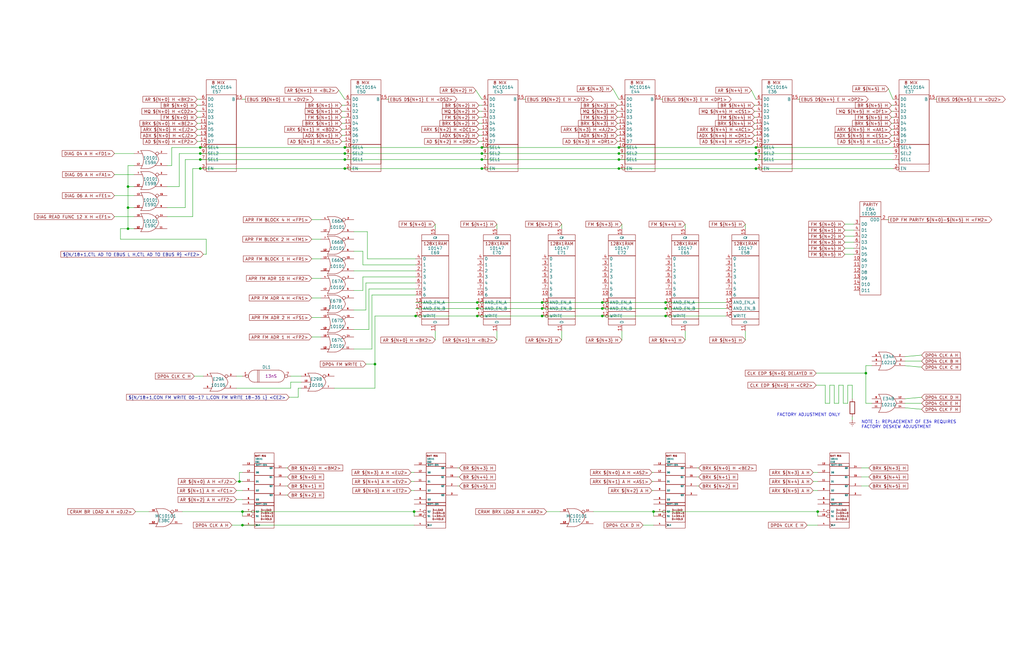
<source format=kicad_sch>
(kicad_sch (version 20211123) (generator eeschema)
  (paper "B")
  (title_block (title "DATA PATH EBUS, FM, BR, BRX") (date "10/21/1976") (rev "A") (company "DIGITAL"))
  (lib_symbols
    (symbol "10210_1" (pin_names hide)
      (property "Reference" "E" (at -1.27 -1.905 0))
      (property "Value" "10210_1" (at 0 0 0))
      (symbol "10210_1_0_0"
        (pin power_in line (at -3.175 5.715 270) (length 2.54) hide (name "VCC1") (number "1"))
        (pin power_in line (at 1.905 5.715 270) (length 3.556) hide (name "VCC2") (number "16"))
        (pin passive line (at -1.905 -6.985 90) (length 2.54) hide (name "VEE") (number "8"))
      )
      (symbol "10210_1_0_1"
        (arc (start -4.1912 -4.445) (mid -2.9702 -0.635) (end -4.1912 3.175))
        (arc (start -0.9908 -4.445) (mid 1.8043 -3.219) (end 3.4288 -0.635))
        (polyline (pts (xy -4.1912 -4.445) (xy -1.0162 -4.445)))
        (polyline (pts (xy -4.1912 3.175) (xy -1.0162 3.175)))
        (arc (start 3.4288 -0.635) (mid 1.8116 1.9575) (end -0.9908 3.175))
      )
      (symbol "10210_1_1_1"
        (pin output line (at 6.985 1.27 180) (length 4.318) (name "Aout1") (number "2"))
        (pin output line (at 6.985 -0.635 180) (length 3.556) (name "Aout2") (number "3"))
        (pin output line (at 6.985 -2.54 180) (length 4.318) (name "Aout3") (number "4"))
        (pin input line (at -6.985 1.27 0) (length 3.556) (name "Ain1") (number "5"))
        (pin output line (at -6.985 -0.635 0) (length 3.81) (name "Ain2") (number "6"))
        (pin input line (at -6.985 -2.54 0) (length 3.556) (name "Ain3") (number "7"))
      )
      (symbol "10210_1_2_1"
        (pin input line (at -6.985 -0.635 0) (length 4.064) (name "Bin2") (number "10"))
        (pin input line (at -6.985 -2.54 0) (length 3.556) (name "Bin3") (number "11"))
        (pin output line (at 6.985 1.27 180) (length 4.318) (name "Bout1") (number "12"))
        (pin output line (at 6.985 -0.635 180) (length 3.556) (name "Bout2") (number "13"))
        (pin output line (at 6.985 -2.54 180) (length 4.318) (name "Bout3") (number "14"))
        (pin input line (at -6.985 1.27 0) (length 3.556) (name "Bin1") (number "9"))
      )
    )
    (symbol "DEC20:10141"
      (property "Reference" "E" (at 1.27 0 0))
      (property "Value" "10141" (at 2.54 1.27 0))
      (symbol "10141_0_0"
        (rectangle (start 0 0) (end 0 0))
        (rectangle (start 1.27 -1.27) (end 1.27 -1.27))
        (text "0=HOLD" (at 2.54 -24.13 0) (effects (font (size 0.762 0.762)) (justify left)))
        (text "1=3IN+3" (at 2.54 -22.86 0) (effects (font (size 0.762 0.762)) (justify left)))
        (text "2=0IN+0" (at 2.54 -21.59 0) (effects (font (size 0.762 0.762)) (justify left)))
        (text "3=LOAD" (at 2.54 -20.32 0) (effects (font (size 0.762 0.762)) (justify left)))
        (text "SHFT REG" (at 2.54 2.54 0) (effects (font (size 0.635 0.635))))
      )
      (symbol "10141_0_1"
        (rectangle (start 0 -18.415) (end 8.255 -25.4))
        (rectangle (start 0 -17.145) (end 8.255 -18.415))
        (rectangle (start 0 -13.335) (end 8.255 -17.145))
        (rectangle (start 0 -9.525) (end 8.255 -13.335))
        (rectangle (start 0 -5.715) (end 8.255 -9.525))
        (rectangle (start 0 -1.905) (end 8.255 -5.715))
        (rectangle (start 0 -0.635) (end 8.255 -1.905))
        (rectangle (start 0 3.81) (end 8.255 -27.94))
        (rectangle (start 0.635 -16.51) (end 0.635 -16.51))
      )
      (symbol "10141_1_1"
        (pin input inverted (at -5.08 -22.86 0) (length 5.08) (name "S1") (number "10"))
        (pin input line (at -5.08 -8.255 0) (length 5.08) (name "D1") (number "11"))
        (pin input line (at -5.08 -4.445 0) (length 5.08) (name "D0") (number "12"))
        (pin input line (at -5.08 -1.27 0) (length 5.08) (name "SHFT-0IN") (number "13"))
        (pin output line (at 13.335 -2.54 180) (length 5.08) (name "Q0") (number "14"))
        (pin output line (at 13.335 -6.35 180) (length 5.08) (name "Q1") (number "15"))
        (pin output line (at 13.335 -10.16 180) (length 5.08) (name "Q2") (number "2"))
        (pin output line (at 13.335 -13.97 180) (length 5.08) (name "Q3") (number "3"))
        (pin input clock (at -5.08 -26.67 0) (length 5.08) (name "CLK") (number "4"))
        (pin input line (at -5.08 -17.78 0) (length 5.08) (name "SHFT-3IN") (number "5"))
        (pin input line (at -5.08 -15.875 0) (length 5.08) (name "D3") (number "6"))
        (pin input inverted (at -5.08 -20.955 0) (length 5.08) (name "S2") (number "7"))
        (pin input line (at -5.08 -12.065 0) (length 5.08) (name "D2") (number "9"))
      )
    )
    (symbol "DEC20:10147"
      (property "Reference" "E" (at 0 0 0))
      (property "Value" "10147" (at 0 1.905 0))
      (symbol "10147_0_0"
        (rectangle (start -5.08 -27.94) (end 6.35 -30.48))
        (rectangle (start -5.08 -24.765) (end 6.35 -27.94))
        (rectangle (start -5.08 -19.05) (end 6.35 -24.765))
        (rectangle (start -5.08 -1.27) (end 6.35 -19.05))
        (rectangle (start -5.08 5.08) (end 6.35 -1.27))
        (rectangle (start -5.08 7.62) (end 6.35 5.08))
        (text "128X1RAM" (at 0.635 3.81 0) (effects (font (size 1.27 1.27))))
      )
      (symbol "10147_1_1"
        (pin input line (at -7.62 -17.78 0) (length 2.54) (name "6") (number "10"))
        (pin input line (at 0.635 -33.02 90) (length 2.54) (name "D") (number "11"))
        (pin input inverted (at -7.62 -26.67 0) (length 2.54) (name "WRITE") (number "12"))
        (pin input inverted (at -7.62 -20.955 0) (length 2.54) (name "AND_EN_A") (number "13"))
        (pin input inverted (at -7.62 -23.495 0) (length 2.54) (name "AND_EN_B") (number "14"))
        (pin output line (at 0.635 10.16 270) (length 2.54) (name "Q") (number "15"))
        (pin input line (at -7.62 -7.62 0) (length 2.54) (name "2") (number "2"))
        (pin input line (at -7.62 -5.08 0) (length 2.54) (name "1") (number "3"))
        (pin input line (at -7.62 -2.54 0) (length 2.54) (name "0") (number "4"))
        (pin input line (at -7.62 -10.16 0) (length 2.54) (name "3") (number "5"))
        (pin input line (at -7.62 -12.7 0) (length 2.54) (name "4") (number "6"))
        (pin input line (at -7.62 -15.24 0) (length 2.54) (name "5") (number "7"))
      )
    )
    (symbol "DEC20:10160"
      (property "Reference" "E" (at 0 0 0))
      (property "Value" "10160" (at 0 1.905 0))
      (symbol "10160_0_0"
        (rectangle (start -4.445 -1.27) (end 4.445 -34.29))
        (rectangle (start -4.445 5.08) (end 4.445 -1.27))
        (text "PARITY" (at 0 3.81 0) (effects (font (size 1.27 1.27))))
      )
      (symbol "10160_1_1"
        (pin input line (at -6.985 -19.685 0) (length 2.54) (name "D6") (number "10"))
        (pin input line (at -6.985 -22.225 0) (length 2.54) (name "D7") (number "11"))
        (pin input line (at -6.985 -24.765 0) (length 2.54) (name "D8") (number "12"))
        (pin input line (at -6.985 -27.305 0) (length 2.54) (name "D9") (number "13"))
        (pin input line (at -6.985 -29.845 0) (length 2.54) (name "D10") (number "14"))
        (pin input line (at -6.985 -32.385 0) (length 2.54) (name "D11") (number "15"))
        (pin output line (at 6.985 -2.54 180) (length 2.54) (name "ODD") (number "2"))
        (pin input line (at -6.985 -4.445 0) (length 2.54) (name "D0") (number "3"))
        (pin input line (at -6.985 -6.985 0) (length 2.54) (name "D1") (number "4"))
        (pin input line (at -6.985 -9.525 0) (length 2.54) (name "D2") (number "5"))
        (pin input line (at -6.985 -12.065 0) (length 2.54) (name "D3") (number "6"))
        (pin input line (at -6.985 -14.605 0) (length 2.54) (name "D4") (number "7"))
        (pin input line (at -6.985 -17.145 0) (length 2.54) (name "D5") (number "9"))
      )
    )
    (symbol "DEC20:10210" (pin_names hide)
      (property "Reference" "E" (at -1.27 -1.905 0))
      (property "Value" "10210" (at 0 0 0))
      (symbol "10210_0_0"
        (pin power_in line (at -3.175 5.715 270) (length 2.54) hide (name "VCC1") (number "1"))
        (pin power_in line (at 1.905 5.715 270) (length 3.556) hide (name "VCC2") (number "16"))
        (pin passive line (at -1.905 -6.985 90) (length 2.54) hide (name "VEE") (number "8"))
      )
      (symbol "10210_0_1"
        (arc (start -4.1912 -4.445) (mid -2.9702 -0.635) (end -4.1912 3.175))
        (arc (start -0.9908 -4.445) (mid 1.8043 -3.219) (end 3.4288 -0.635))
        (polyline (pts (xy -4.1912 -4.445) (xy -1.0162 -4.445)))
        (polyline (pts (xy -4.1912 3.175) (xy -1.0162 3.175)))
        (arc (start 3.4288 -0.635) (mid 1.8116 1.9575) (end -0.9908 3.175))
      )
      (symbol "10210_1_1"
        (pin output line (at 6.985 1.27 180) (length 4.318) (name "Aout1") (number "2"))
        (pin output line (at 6.985 -0.635 180) (length 3.556) (name "Aout2") (number "3"))
        (pin output line (at 6.985 -2.54 180) (length 4.318) (name "Aout3") (number "4"))
        (pin input line (at -6.985 1.27 0) (length 3.556) (name "Ain1") (number "5"))
        (pin output line (at -3.175 -0.635 180) (length 3.81) (name "Ain2") (number "6"))
        (pin input line (at -6.985 -2.54 0) (length 3.556) (name "Ain3") (number "7"))
      )
      (symbol "10210_2_1"
        (pin input line (at -6.985 -0.635 0) (length 4.064) (name "Bin2") (number "10"))
        (pin input line (at -6.985 -2.54 0) (length 3.556) (name "Bin3") (number "11"))
        (pin output line (at 6.985 1.27 180) (length 4.318) (name "Bout1") (number "12"))
        (pin output line (at 6.985 -0.635 180) (length 3.556) (name "Bout2") (number "13"))
        (pin output line (at 6.985 -2.54 180) (length 4.318) (name "Bout3") (number "14"))
        (pin input line (at -6.985 1.27 0) (length 3.556) (name "Bin1") (number "9"))
      )
    )
    (symbol "DEC20:DELAY_LINE" (pin_names hide)
      (property "Reference" "DL" (at 0 0.635 0))
      (property "Delay" "13nS" (at 0.635 -3.175 0))
      (symbol "DELAY_LINE_0_1"
        (arc (start -7.62 -3.175) (mid -6.8761 -4.9711) (end -5.08 -5.715))
        (arc (start -5.08 -0.635) (mid -6.8761 -1.3789) (end -7.62 -3.175))
        (polyline (pts (xy -5.08 -5.715) (xy 5.08 -5.715)))
        (polyline (pts (xy -5.08 -0.635) (xy 5.08 -0.635)))
        (polyline (pts (xy -3.81 -0.635) (xy -3.81 -5.715)))
        (polyline (pts (xy -3.175 -0.635) (xy -3.175 -5.715)))
        (arc (start 5.08 -5.715) (mid 6.8761 -4.9711) (end 7.62 -3.175))
        (arc (start 7.62 -3.175) (mid 6.8761 -1.3789) (end 5.08 -0.635))
      )
      (symbol "DELAY_LINE_1_1"
        (pin input inverted (at -10.16 -3.175 0) (length 2.54) (name "IN") (number "1"))
        (pin output inverted (at 10.16 -3.175 180) (length 2.54) (name "OUT") (number "7"))
      )
    )
    (symbol "DEC20:MC10101" (pin_names (offset 0) hide)
      (property "Reference" "E" (at -4.445 0 0))
      (property "Value" "MC10101" (at -6.35 6.35 0))
      (symbol "MC10101_0_0"
        (pin power_in line (at -6.35 6.35 270) (length 2.54) hide (name "VCC1") (number "1"))
        (pin power_in line (at -1.27 6.35 270) (length 3.556) hide (name "VCC2") (number "16"))
        (pin passive line (at -5.08 -6.35 90) (length 2.54) hide (name "VEE") (number "8"))
      )
      (symbol "MC10101_0_1"
        (arc (start -7.3662 -3.81) (mid -6.1452 0) (end -7.3662 3.81))
        (arc (start -4.1658 -3.81) (mid -1.3707 -2.584) (end 0.2538 0))
        (polyline (pts (xy -7.3662 -3.81) (xy -4.1912 -3.81)))
        (polyline (pts (xy -7.3662 3.81) (xy -4.1912 3.81)))
        (arc (start 0.2538 0) (mid -1.3634 2.5925) (end -4.1658 3.81))
        (pin input line (at -10.16 -2.54 0) (length 3.556) (name "COMin") (number "12"))
      )
      (symbol "MC10101_0_2"
        (arc (start -4.1658 -3.81) (mid -1.3707 -2.584) (end 0.2538 0))
        (polyline (pts (xy -7.62 -3.81) (xy -4.1912 -3.81)))
        (polyline (pts (xy -7.62 3.81) (xy -7.62 -3.81)))
        (polyline (pts (xy -7.62 3.81) (xy -4.1912 3.81)))
        (polyline (pts (xy -6.35 3.81) (xy -6.35 3.81)))
        (polyline (pts (xy -6.35 3.81) (xy -6.35 3.81)))
        (arc (start 0.2538 0) (mid -1.3634 2.5925) (end -4.1658 3.81))
        (pin input inverted (at -11.43 -2.54 0) (length 3.81) (name "COMin") (number "12"))
      )
      (symbol "MC10101_1_1"
        (pin output inverted (at 3.81 2.54 180) (length 4.826) (name "~Aout") (number "2"))
        (pin input line (at -10.16 2.54 0) (length 3.556) (name "Ain") (number "4"))
        (pin output line (at 3.81 -2.54 180) (length 5.08) (name "Aout") (number "5"))
      )
      (symbol "MC10101_1_2"
        (circle (center -8.89 2.54) (radius 0.0001))
        (pin output line (at 3.81 2.54 180) (length 5.08) (name "~Aout") (number "2"))
        (pin input inverted (at -11.43 2.54 0) (length 3.81) (name "Ain") (number "4"))
        (pin output inverted (at 3.81 -2.54 180) (length 4.826) (name "Aout") (number "5"))
      )
      (symbol "MC10101_2_1"
        (pin input line (at -10.16 -2.54 0) (length 3.556) (name "COMin") (number "12"))
        (pin output inverted (at 3.81 2.54 180) (length 4.826) (name "~Bout") (number "3"))
        (pin output line (at 3.81 -2.54 180) (length 5.08) (name "Bout") (number "6"))
        (pin input line (at -10.16 2.54 0) (length 3.556) (name "Bin") (number "7"))
      )
      (symbol "MC10101_2_2"
        (circle (center -8.89 2.54) (radius 0.0001))
        (pin output line (at 3.81 2.54 180) (length 5.08) (name "~Bout") (number "3"))
        (pin output inverted (at 3.81 -2.54 180) (length 4.826) (name "Bout") (number "6"))
        (pin input inverted (at -11.43 2.54 0) (length 3.81) (name "Bin") (number "7"))
      )
      (symbol "MC10101_3_1"
        (pin input line (at -10.16 2.54 0) (length 3.556) (name "Cin") (number "10"))
        (pin output line (at 3.81 -2.54 180) (length 5.08) (name "Cout") (number "11"))
        (pin input line (at -10.16 -2.54 0) (length 3.556) (name "COMin") (number "12"))
        (pin output inverted (at 3.81 2.54 180) (length 4.826) (name "~Cout") (number "14"))
      )
      (symbol "MC10101_3_2"
        (circle (center -8.89 2.54) (radius 0.0001))
        (pin input inverted (at -11.43 2.54 0) (length 3.81) (name "Cin") (number "10"))
        (pin output inverted (at 3.81 -2.54 180) (length 4.826) (name "Cout") (number "11"))
        (pin output line (at 3.81 2.54 180) (length 4.826) (name "~Cout") (number "14"))
      )
      (symbol "MC10101_4_1"
        (pin input line (at -10.16 -2.54 0) (length 3.556) (name "COMin") (number "12"))
        (pin input line (at -10.16 2.54 0) (length 3.556) (name "Din") (number "13"))
        (pin output inverted (at 3.81 2.54 180) (length 4.826) (name "~Dout") (number "15"))
        (pin output line (at 3.81 -2.54 180) (length 5.08) (name "Dout") (number "9"))
      )
      (symbol "MC10101_4_2"
        (circle (center -8.89 2.54) (radius 0.0001))
        (pin input inverted (at -11.43 2.54 0) (length 3.81) (name "Din") (number "13"))
        (pin output line (at 3.81 2.54 180) (length 5.08) (name "~Dout") (number "15"))
        (pin output inverted (at 3.81 -2.54 180) (length 4.826) (name "Dout") (number "9"))
      )
    )
    (symbol "DEC20:MC10105" (pin_names hide)
      (property "Reference" "E" (at -1.27 -5.08 0))
      (property "Value" "MC10105" (at 0 0 0))
      (symbol "MC10105_0_0"
        (pin power_in line (at -2.54 1.27 270) (length 2.54) hide (name "VCC1") (number "1"))
        (pin power_in line (at 2.54 1.27 270) (length 3.556) hide (name "VCC2") (number "16"))
        (pin passive line (at -1.27 -11.43 90) (length 2.54) hide (name "VEE") (number "8"))
      )
      (symbol "MC10105_0_1"
        (arc (start -3.5562 -8.89) (mid -2.3352 -5.08) (end -3.5562 -1.27))
        (arc (start -0.3558 -8.89) (mid 2.4393 -7.664) (end 4.0638 -5.08))
        (polyline (pts (xy -3.5562 -8.89) (xy -0.3812 -8.89)))
        (polyline (pts (xy -3.5562 -1.27) (xy -0.3812 -1.27)))
        (arc (start 4.0638 -5.08) (mid 2.4466 -2.4875) (end -0.3558 -1.27))
      )
      (symbol "MC10105_1_1"
        (pin output line (at 7.62 -7.62 180) (length 5.08) (name "Aout") (number "2"))
        (pin output inverted (at 7.62 -2.54 180) (length 4.826) (name "~Aout") (number "3"))
        (pin input line (at -6.35 -2.54 0) (length 3.556) (name "Ain1") (number "4"))
        (pin input line (at -6.35 -7.62 0) (length 3.556) (name "Ain2") (number "5"))
      )
      (symbol "MC10105_2_1"
        (pin input line (at -6.35 -5.08 0) (length 4.064) (name "Bin2") (number "10"))
        (pin input line (at -6.35 -7.62 0) (length 3.556) (name "Bin3") (number "11"))
        (pin output inverted (at 7.62 -2.54 180) (length 4.826) (name "~Bout") (number "6"))
        (pin output line (at 7.62 -7.62 180) (length 5.08) (name "Bout") (number "7"))
        (pin input line (at -6.35 -2.54 0) (length 3.556) (name "Bin1") (number "9"))
      )
      (symbol "MC10105_3_1"
        (pin input line (at -6.35 -2.54 0) (length 3.556) (name "Cin1") (number "12"))
        (pin input line (at -6.35 -7.62 0) (length 3.556) (name "Cin2") (number "13"))
        (pin output inverted (at 7.62 -2.54 180) (length 4.826) (name "~Cout") (number "14"))
        (pin output line (at 7.62 -7.62 180) (length 5.08) (name "Cout") (number "15"))
      )
    )
    (symbol "DEC20:MC10164"
      (property "Reference" "E" (at -1.27 -3.81 0))
      (property "Value" "MC10164" (at 0 -1.905 0))
      (symbol "MC10164_0_0"
        (rectangle (start -5.08 -26.035) (end 7.62 -34.29))
        (rectangle (start -5.08 -5.08) (end 7.62 -26.035))
        (rectangle (start -5.08 1.27) (end 7.62 -37.465))
        (text "8 MIX" (at 0 0 0) (effects (font (size 1.27 1.27))))
        (pin power_in non_logic (at -3.81 3.81 270) (length 2.54) hide (name "VCC1") (number "1"))
        (pin input line (at -7.62 -27.305 0) (length 2.54) (name "SEL4") (number "10"))
        (pin input line (at -7.62 -17.145 0) (length 2.54) (name "D4") (number "11"))
        (pin input line (at -7.62 -19.685 0) (length 2.54) (name "D5") (number "12"))
        (pin input line (at -7.62 -22.225 0) (length 2.54) (name "D6") (number "13"))
        (pin input line (at -7.62 -24.765 0) (length 2.54) (name "D7") (number "14"))
        (pin output line (at 10.16 -6.985 180) (length 2.54) (name "B") (number "15"))
        (pin power_in non_logic (at -1.27 3.81 270) (length 2.54) hide (name "VCC2") (number "16"))
        (pin input inverted (at -7.62 -36.195 0) (length 2.54) (name "EN") (number "2"))
        (pin input line (at -7.62 -14.605 0) (length 2.54) (name "D3") (number "3"))
        (pin input line (at -7.62 -12.065 0) (length 2.54) (name "D2") (number "4"))
        (pin input line (at -7.62 -9.525 0) (length 2.54) (name "D1") (number "5"))
        (pin input line (at -7.62 -6.985 0) (length 2.54) (name "D0") (number "6"))
        (pin input line (at -7.62 -32.385 0) (length 2.54) (name "SEL1") (number "7"))
        (pin power_in non_logic (at 0.635 -40.005 90) (length 2.54) hide (name "VEE") (number "8"))
        (pin input line (at -7.62 -29.845 0) (length 2.54) (name "SEL2") (number "9"))
      )
    )
    (symbol "Device:R" (pin_numbers hide) (pin_names (offset 0))
      (property "Reference" "R" (at 2.032 0 90))
      (property "Value" "R" (at 0 0 90))
      (symbol "R_0_1"
        (rectangle (start -1.016 -2.54) (end 1.016 2.54) (stroke (width 0.254)))
      )
      (symbol "R_1_1"
        (pin passive line (at 0 3.81 270) (length 1.27) (name "~") (number "1"))
        (pin passive line (at 0 -3.81 90) (length 1.27) (name "~") (number "2"))
      )
    )
    (symbol "power:GNDREF" (power) (pin_names (offset 0))
      (property "Value" "GNDREF" (at 0 -3.81 0))
      (symbol "GNDREF_0_1"
        (polyline (pts (xy -0.635 -1.905) (xy 0.635 -1.905)))
        (polyline (pts (xy -0.127 -2.54) (xy 0.127 -2.54)))
        (polyline (pts (xy 0 -1.27) (xy 0 0)))
        (polyline (pts (xy 1.27 -1.27) (xy -1.27 -1.27)))
      )
      (symbol "GNDREF_1_1"
        (pin power_in line (at 0 0 270) (length 0) hide (name "GNDREF") (number "1"))
      )
    )
  )
  (junction (at 201.295 133.35))
  (junction (at 145.415 71.12))
  (junction (at 318.77 62.23))
  (junction (at 201.295 127.635))
  (junction (at 203.2 67.31))
  (junction (at 260.985 62.23))
  (junction (at 260.985 67.31))
  (junction (at 280.67 133.35))
  (junction (at 203.2 62.23))
  (junction (at 84.455 67.31))
  (junction (at 260.985 64.77))
  (junction (at 174.625 215.9))
  (junction (at 318.77 67.31))
  (junction (at 53.975 87.63))
  (junction (at 365.125 157.48))
  (junction (at 344.805 215.9))
  (junction (at 102.235 221.615))
  (junction (at 260.985 71.12))
  (junction (at 145.415 67.31))
  (junction (at 84.455 62.23))
  (junction (at 254 130.175))
  (junction (at 145.415 62.23))
  (junction (at 84.455 64.77))
  (junction (at 203.2 71.12))
  (junction (at 318.77 71.12))
  (junction (at 84.455 71.12))
  (junction (at 53.975 96.52))
  (junction (at 254 127.635))
  (junction (at 145.415 64.77))
  (junction (at 254 133.35))
  (junction (at 280.67 130.175))
  (junction (at 175.26 133.35))
  (junction (at 280.67 127.635))
  (junction (at 203.2 64.77))
  (junction (at 102.235 215.9))
  (junction (at 53.975 78.74))
  (junction (at 100.965 203.2))
  (junction (at 318.77 64.77))
  (junction (at 201.295 130.175))
  (junction (at 158.115 153.67))
  (junction (at 228.6 133.35))
  (junction (at 228.6 127.635))
  (junction (at 275.59 215.9))
  (junction (at 228.6 130.175))
  (wire (pts (xy 102.235 41.91) (xy 103.505 41.91)))
  (wire (pts (xy 318.77 64.77) (xy 376.555 64.77)))
  (wire (pts (xy 83.185 41.91) (xy 84.455 41.91)))
  (wire (pts (xy 81.28 71.12) (xy 84.455 71.12)))
  (wire (pts (xy 260.35 59.69) (xy 260.985 59.69)))
  (wire (pts (xy 375.92 54.61) (xy 376.555 54.61)))
  (wire (pts (xy 53.975 78.74) (xy 53.975 87.63)))
  (wire (pts (xy 145.415 64.77) (xy 203.2 64.77)))
  (wire (pts (xy 318.77 67.31) (xy 376.555 67.31)))
  (wire (pts (xy 158.115 153.67) (xy 158.115 163.83)))
  (wire (pts (xy 50.8 96.52) (xy 53.975 96.52)))
  (wire (pts (xy 260.35 44.45) (xy 260.985 44.45)))
  (wire (pts (xy 340.36 221.615) (xy 344.805 221.615)))
  (wire (pts (xy 142.875 38.1) (xy 145.415 41.91)))
  (wire (pts (xy 353.695 170.18) (xy 353.695 162.56)))
  (wire (pts (xy 209.55 139.7) (xy 209.55 143.51)))
  (wire (pts (xy 84.455 71.12) (xy 145.415 71.12)))
  (wire (pts (xy 183.515 139.7) (xy 183.515 143.51)))
  (wire (pts (xy 145.415 71.12) (xy 203.2 71.12)))
  (wire (pts (xy 100.965 203.2) (xy 102.235 203.2)))
  (wire (pts (xy 363.22 197.485) (xy 366.395 197.485)))
  (wire (pts (xy 274.955 203.2) (xy 275.59 203.2)))
  (wire (pts (xy 153.035 122.555) (xy 153.035 116.84)))
  (wire (pts (xy 359.41 162.56) (xy 359.41 168.275)))
  (wire (pts (xy 72.39 69.85) (xy 72.39 62.23)))
  (wire (pts (xy 121.92 167.64) (xy 125.73 167.64)))
  (wire (pts (xy 174.625 215.9) (xy 174.625 217.805)))
  (wire (pts (xy 365.125 157.48) (xy 365.125 170.18)))
  (wire (pts (xy 381.635 150.495) (xy 388.62 149.86)))
  (wire (pts (xy 381.635 152.4) (xy 388.62 152.4)))
  (wire (pts (xy 84.455 67.31) (xy 145.415 67.31)))
  (wire (pts (xy 83.185 49.53) (xy 84.455 49.53)))
  (wire (pts (xy 236.855 94.615) (xy 236.855 96.52)))
  (wire (pts (xy 344.805 215.9) (xy 344.805 217.805)))
  (wire (pts (xy 131.445 117.475) (xy 135.255 117.475)))
  (wire (pts (xy 228.6 130.175) (xy 254 130.175)))
  (wire (pts (xy 318.135 46.99) (xy 318.77 46.99)))
  (wire (pts (xy 367.665 154.305) (xy 365.125 154.305)))
  (wire (pts (xy 355.6 170.18) (xy 357.505 170.18)))
  (wire (pts (xy 228.6 127.635) (xy 254 127.635)))
  (wire (pts (xy 280.67 133.35) (xy 306.07 133.35)))
  (wire (pts (xy 76.835 215.9) (xy 102.235 215.9)))
  (wire (pts (xy 254 133.35) (xy 280.67 133.35)))
  (wire (pts (xy 288.925 139.7) (xy 288.925 143.51)))
  (wire (pts (xy 193.04 197.485) (xy 193.675 197.485)))
  (wire (pts (xy 175.26 127.635) (xy 201.295 127.635)))
  (wire (pts (xy 294.005 201.295) (xy 294.64 201.295)))
  (wire (pts (xy 149.225 114.3) (xy 175.26 114.3)))
  (wire (pts (xy 254 130.175) (xy 280.67 130.175)))
  (wire (pts (xy 163.195 41.91) (xy 163.83 41.91)))
  (wire (pts (xy 145.415 67.31) (xy 203.2 67.31)))
  (wire (pts (xy 375.92 52.07) (xy 376.555 52.07)))
  (wire (pts (xy 288.925 94.615) (xy 288.925 96.52)))
  (wire (pts (xy 100.965 199.39) (xy 102.235 199.39)))
  (wire (pts (xy 342.9 207.01) (xy 344.805 207.01)))
  (wire (pts (xy 318.77 71.12) (xy 376.555 71.12)))
  (wire (pts (xy 83.185 44.45) (xy 84.455 44.45)))
  (wire (pts (xy 102.235 221.615) (xy 174.625 221.615)))
  (wire (pts (xy 193.04 201.295) (xy 193.675 201.295)))
  (wire (pts (xy 154.94 109.22) (xy 175.26 109.22)))
  (wire (pts (xy 201.93 44.45) (xy 203.2 44.45)))
  (wire (pts (xy 344.17 162.56) (xy 347.98 162.56)))
  (wire (pts (xy 230.505 215.9) (xy 236.22 215.9)))
  (wire (pts (xy 356.235 102.235) (xy 360.045 102.235)))
  (wire (pts (xy 153.035 106.045) (xy 153.035 111.76)))
  (wire (pts (xy 153.035 111.76) (xy 175.26 111.76)))
  (wire (pts (xy 260.985 62.23) (xy 318.77 62.23)))
  (wire (pts (xy 78.105 67.31) (xy 84.455 67.31)))
  (wire (pts (xy 374.65 37.465) (xy 376.555 41.91)))
  (wire (pts (xy 365.125 154.305) (xy 365.125 157.48)))
  (wire (pts (xy 349.885 170.18) (xy 349.885 162.56)))
  (wire (pts (xy 201.93 52.07) (xy 203.2 52.07)))
  (wire (pts (xy 381.635 168.275) (xy 388.62 167.64)))
  (wire (pts (xy 57.15 215.9) (xy 62.865 215.9)))
  (wire (pts (xy 75.565 64.77) (xy 84.455 64.77)))
  (wire (pts (xy 70.485 78.74) (xy 75.565 78.74)))
  (wire (pts (xy 70.485 87.63) (xy 78.105 87.63)))
  (wire (pts (xy 260.35 46.99) (xy 260.985 46.99)))
  (wire (pts (xy 175.26 133.35) (xy 158.115 133.35)))
  (wire (pts (xy 120.65 197.485) (xy 121.285 197.485)))
  (wire (pts (xy 342.9 203.2) (xy 344.805 203.2)))
  (wire (pts (xy 258.445 37.465) (xy 260.985 41.91)))
  (wire (pts (xy 381.635 170.18) (xy 388.62 170.18)))
  (wire (pts (xy 183.515 94.615) (xy 183.515 96.52)))
  (wire (pts (xy 154.305 130.81) (xy 154.305 119.38)))
  (wire (pts (xy 131.445 133.985) (xy 135.255 133.985)))
  (wire (pts (xy 260.35 49.53) (xy 260.985 49.53)))
  (wire (pts (xy 70.485 91.44) (xy 81.28 91.44)))
  (wire (pts (xy 53.975 69.85) (xy 53.975 78.74)))
  (wire (pts (xy 203.2 62.23) (xy 260.985 62.23)))
  (wire (pts (xy 274.955 199.39) (xy 275.59 199.39)))
  (wire (pts (xy 149.225 97.79) (xy 154.94 97.79)))
  (wire (pts (xy 154.305 119.38) (xy 175.26 119.38)))
  (wire (pts (xy 83.185 59.69) (xy 84.455 59.69)))
  (wire (pts (xy 278.765 41.91) (xy 279.4 41.91)))
  (wire (pts (xy 53.975 87.63) (xy 56.515 87.63)))
  (wire (pts (xy 99.695 163.83) (xy 122.555 163.83)))
  (wire (pts (xy 193.04 205.105) (xy 193.675 205.105)))
  (wire (pts (xy 144.145 52.07) (xy 145.415 52.07)))
  (wire (pts (xy 122.555 161.29) (xy 127 161.29)))
  (wire (pts (xy 99.695 203.2) (xy 100.965 203.2)))
  (wire (pts (xy 318.135 57.15) (xy 318.77 57.15)))
  (wire (pts (xy 131.445 142.24) (xy 135.255 142.24)))
  (wire (pts (xy 294.005 197.485) (xy 294.64 197.485)))
  (wire (pts (xy 75.565 78.74) (xy 75.565 64.77)))
  (wire (pts (xy 149.225 122.555) (xy 153.035 122.555)))
  (wire (pts (xy 356.235 97.155) (xy 360.045 97.155)))
  (wire (pts (xy 314.325 139.7) (xy 314.325 143.51)))
  (wire (pts (xy 254 127.635) (xy 280.67 127.635)))
  (wire (pts (xy 149.225 130.81) (xy 154.305 130.81)))
  (wire (pts (xy 318.135 49.53) (xy 318.77 49.53)))
  (wire (pts (xy 86.995 100.965) (xy 50.8 100.965)))
  (wire (pts (xy 356.235 107.315) (xy 360.045 107.315)))
  (wire (pts (xy 144.145 44.45) (xy 145.415 44.45)))
  (wire (pts (xy 318.135 59.69) (xy 318.77 59.69)))
  (wire (pts (xy 102.235 215.9) (xy 174.625 215.9)))
  (wire (pts (xy 175.26 130.175) (xy 201.295 130.175)))
  (wire (pts (xy 355.6 162.56) (xy 355.6 170.18)))
  (wire (pts (xy 86.995 107.315) (xy 86.995 100.965)))
  (wire (pts (xy 122.555 163.83) (xy 122.555 161.29)))
  (wire (pts (xy 260.35 54.61) (xy 260.985 54.61)))
  (wire (pts (xy 316.865 38.1) (xy 318.77 41.91)))
  (wire (pts (xy 349.885 162.56) (xy 351.79 162.56)))
  (wire (pts (xy 83.185 46.99) (xy 84.455 46.99)))
  (wire (pts (xy 154.94 97.79) (xy 154.94 109.22)))
  (wire (pts (xy 102.235 215.9) (xy 102.235 217.805)))
  (wire (pts (xy 158.115 133.35) (xy 158.115 153.67)))
  (wire (pts (xy 122.555 158.75) (xy 127 158.75)))
  (wire (pts (xy 356.235 104.775) (xy 360.045 104.775)))
  (wire (pts (xy 201.93 57.15) (xy 203.2 57.15)))
  (wire (pts (xy 131.445 109.22) (xy 135.255 109.22)))
  (wire (pts (xy 72.39 62.23) (xy 84.455 62.23)))
  (wire (pts (xy 144.145 57.15) (xy 145.415 57.15)))
  (wire (pts (xy 294.005 205.105) (xy 294.64 205.105)))
  (wire (pts (xy 149.225 147.32) (xy 156.845 147.32)))
  (wire (pts (xy 356.235 94.615) (xy 360.045 94.615)))
  (wire (pts (xy 318.135 52.07) (xy 318.77 52.07)))
  (wire (pts (xy 359.41 175.895) (xy 359.41 177.165)))
  (wire (pts (xy 144.145 49.53) (xy 145.415 49.53)))
  (wire (pts (xy 260.35 52.07) (xy 260.985 52.07)))
  (wire (pts (xy 375.92 44.45) (xy 376.555 44.45)))
  (wire (pts (xy 250.19 215.9) (xy 275.59 215.9)))
  (wire (pts (xy 203.2 67.31) (xy 260.985 67.31)))
  (wire (pts (xy 97.79 221.615) (xy 102.235 221.615)))
  (wire (pts (xy 260.985 67.31) (xy 318.77 67.31)))
  (wire (pts (xy 201.93 49.53) (xy 203.2 49.53)))
  (wire (pts (xy 262.255 139.7) (xy 262.255 143.51)))
  (wire (pts (xy 357.505 170.18) (xy 357.505 162.56)))
  (wire (pts (xy 365.125 170.18) (xy 367.665 170.18)))
  (wire (pts (xy 48.26 91.44) (xy 56.515 91.44)))
  (wire (pts (xy 274.955 207.01) (xy 275.59 207.01)))
  (wire (pts (xy 50.8 100.965) (xy 50.8 96.52)))
  (wire (pts (xy 203.2 64.77) (xy 260.985 64.77)))
  (wire (pts (xy 175.26 133.35) (xy 201.295 133.35)))
  (wire (pts (xy 149.225 139.065) (xy 155.575 139.065)))
  (wire (pts (xy 275.59 215.9) (xy 344.805 215.9)))
  (wire (pts (xy 394.335 41.91) (xy 394.97 41.91)))
  (wire (pts (xy 99.695 158.75) (xy 102.235 158.75)))
  (wire (pts (xy 351.79 170.18) (xy 353.695 170.18)))
  (wire (pts (xy 81.28 91.44) (xy 81.28 71.12)))
  (wire (pts (xy 149.225 106.045) (xy 153.035 106.045)))
  (wire (pts (xy 140.97 163.83) (xy 158.115 163.83)))
  (wire (pts (xy 201.93 59.69) (xy 203.2 59.69)))
  (wire (pts (xy 375.92 59.69) (xy 376.555 59.69)))
  (wire (pts (xy 81.915 158.75) (xy 85.725 158.75)))
  (wire (pts (xy 271.145 221.615) (xy 275.59 221.615)))
  (wire (pts (xy 173.355 199.39) (xy 174.625 199.39)))
  (wire (pts (xy 381.635 154.305) (xy 388.62 154.94)))
  (wire (pts (xy 209.55 94.615) (xy 209.55 96.52)))
  (wire (pts (xy 220.98 41.91) (xy 221.615 41.91)))
  (wire (pts (xy 84.455 62.23) (xy 145.415 62.23)))
  (wire (pts (xy 356.235 99.695) (xy 360.045 99.695)))
  (wire (pts (xy 275.59 215.9) (xy 275.59 217.805)))
  (wire (pts (xy 125.73 163.83) (xy 127 163.83)))
  (wire (pts (xy 48.26 73.66) (xy 56.515 73.66)))
  (wire (pts (xy 351.79 162.56) (xy 351.79 170.18)))
  (wire (pts (xy 342.9 199.39) (xy 344.805 199.39)))
  (wire (pts (xy 236.855 139.7) (xy 236.855 143.51)))
  (wire (pts (xy 48.26 82.55) (xy 56.515 82.55)))
  (wire (pts (xy 100.965 199.39) (xy 100.965 203.2)))
  (wire (pts (xy 260.985 64.77) (xy 318.77 64.77)))
  (wire (pts (xy 318.135 54.61) (xy 318.77 54.61)))
  (wire (pts (xy 154.305 153.67) (xy 158.115 153.67)))
  (wire (pts (xy 375.92 49.53) (xy 376.555 49.53)))
  (wire (pts (xy 155.575 139.065) (xy 155.575 121.92)))
  (wire (pts (xy 201.295 130.175) (xy 228.6 130.175)))
  (wire (pts (xy 84.455 64.77) (xy 145.415 64.77)))
  (wire (pts (xy 314.325 94.615) (xy 314.325 96.52)))
  (wire (pts (xy 280.67 127.635) (xy 306.07 127.635)))
  (wire (pts (xy 78.105 87.63) (xy 78.105 67.31)))
  (wire (pts (xy 318.77 62.23) (xy 376.555 62.23)))
  (wire (pts (xy 99.695 210.82) (xy 102.235 210.82)))
  (wire (pts (xy 173.355 203.2) (xy 174.625 203.2)))
  (wire (pts (xy 262.255 94.615) (xy 262.255 96.52)))
  (wire (pts (xy 53.975 96.52) (xy 56.515 96.52)))
  (wire (pts (xy 53.975 87.63) (xy 53.975 96.52)))
  (wire (pts (xy 203.2 71.12) (xy 260.985 71.12)))
  (wire (pts (xy 56.515 69.85) (xy 53.975 69.85)))
  (wire (pts (xy 99.695 207.01) (xy 102.235 207.01)))
  (wire (pts (xy 83.185 54.61) (xy 84.455 54.61)))
  (wire (pts (xy 120.65 201.295) (xy 121.285 201.295)))
  (wire (pts (xy 260.35 57.15) (xy 260.985 57.15)))
  (wire (pts (xy 201.295 127.635) (xy 228.6 127.635)))
  (wire (pts (xy 83.185 52.07) (xy 84.455 52.07)))
  (wire (pts (xy 125.73 167.64) (xy 125.73 163.83)))
  (wire (pts (xy 70.485 69.85) (xy 72.39 69.85)))
  (wire (pts (xy 131.445 100.965) (xy 135.255 100.965)))
  (wire (pts (xy 375.92 46.99) (xy 376.555 46.99)))
  (wire (pts (xy 363.22 201.295) (xy 366.395 201.295)))
  (wire (pts (xy 145.415 62.23) (xy 203.2 62.23)))
  (wire (pts (xy 347.98 162.56) (xy 347.98 170.18)))
  (wire (pts (xy 144.145 46.99) (xy 145.415 46.99)))
  (wire (pts (xy 155.575 121.92) (xy 175.26 121.92)))
  (wire (pts (xy 156.845 147.32) (xy 156.845 124.46)))
  (wire (pts (xy 200.66 38.1) (xy 203.2 41.91)))
  (wire (pts (xy 53.975 78.74) (xy 56.515 78.74)))
  (wire (pts (xy 363.22 205.105) (xy 366.395 205.105)))
  (wire (pts (xy 201.295 133.35) (xy 228.6 133.35)))
  (wire (pts (xy 85.725 107.315) (xy 86.995 107.315)))
  (wire (pts (xy 144.145 59.69) (xy 145.415 59.69)))
  (wire (pts (xy 120.65 208.915) (xy 121.285 208.915)))
  (wire (pts (xy 374.015 92.71) (xy 374.65 92.71)))
  (wire (pts (xy 260.985 71.12) (xy 318.77 71.12)))
  (wire (pts (xy 153.035 116.84) (xy 175.26 116.84)))
  (wire (pts (xy 347.98 170.18) (xy 349.885 170.18)))
  (wire (pts (xy 228.6 133.35) (xy 254 133.35)))
  (wire (pts (xy 131.445 92.71) (xy 135.255 92.71)))
  (wire (pts (xy 48.26 64.77) (xy 56.515 64.77)))
  (wire (pts (xy 375.92 57.15) (xy 376.555 57.15)))
  (wire (pts (xy 344.17 157.48) (xy 365.125 157.48)))
  (wire (pts (xy 353.695 162.56) (xy 355.6 162.56)))
  (wire (pts (xy 131.445 125.73) (xy 135.255 125.73)))
  (wire (pts (xy 173.355 207.01) (xy 174.625 207.01)))
  (wire (pts (xy 156.845 124.46) (xy 175.26 124.46)))
  (wire (pts (xy 381.635 172.085) (xy 388.62 172.72)))
  (wire (pts (xy 318.135 44.45) (xy 318.77 44.45)))
  (wire (pts (xy 201.93 46.99) (xy 203.2 46.99)))
  (wire (pts (xy 201.93 54.61) (xy 203.2 54.61)))
  (wire (pts (xy 83.185 57.15) (xy 84.455 57.15)))
  (wire (pts (xy 357.505 162.56) (xy 359.41 162.56)))
  (wire (pts (xy 280.67 130.175) (xy 306.07 130.175)))
  (wire (pts (xy 120.65 205.105) (xy 121.285 205.105)))
  (wire (pts (xy 336.55 41.91) (xy 337.185 41.91)))
  (wire (pts (xy 144.145 54.61) (xy 145.415 54.61)))
  (text "FACTORY ADJUSTMENT ONLY" (at 354.33 175.895 180) (effects (font (size 1.27 1.27)) (justify right bottom)))
  (text "NOTE 1: REPLACEMENT OF E34 REQUIRES\nFACTORY DESKEW ADJUSTMENT" (at 363.22 180.975 0) (effects (font (size 1.27 1.27)) (justify left bottom)))
  (global_label "FM ${N+0} H" (shape input) (at 183.515 94.615 180) (property "Intersheet References" "${INTERSHEET_REFS}" (effects hide)))
  (global_label "CLK EDP ${N+0} H <CR2>" (shape input) (at 344.17 162.56 180) (property "Intersheet References" "${INTERSHEET_REFS}" (effects hide)))
  (global_label "APR FM BLOCK 2 H <FM1>" (shape input) (at 131.445 100.965 180) (property "Intersheet References" "${INTERSHEET_REFS}" (effects hide)))
  (global_label "DP04 CLK A H" (shape input) (at 388.62 149.86 0) (property "Intersheet References" "${INTERSHEET_REFS}" (effects hide)))
  (global_label "DP04 CLK A H" (shape input) (at 97.79 221.615 180) (property "Intersheet References" "${INTERSHEET_REFS}" (effects hide)))
  (global_label "BR ${N+1} H" (shape input) (at 144.145 44.45 180) (property "Intersheet References" "${INTERSHEET_REFS}" (effects hide)))
  (global_label "BR ${N+0} H <BM2>" (shape input) (at 121.285 197.485 0) (property "Intersheet References" "${INTERSHEET_REFS}" (effects hide)))
  (global_label "AD ${N+5} H <EL1>" (shape input) (at 375.92 59.69 180) (property "Intersheet References" "${INTERSHEET_REFS}" (effects hide)))
  (global_label "ADX ${N+3} H" (shape input) (at 260.35 57.15 180) (property "Intersheet References" "${INTERSHEET_REFS}" (effects hide)))
  (global_label "AR ${N+5} H" (shape input) (at 374.65 37.465 180) (property "Intersheet References" "${INTERSHEET_REFS}" (effects hide)))
  (global_label "ARX ${N+3} A H" (shape input) (at 342.9 199.39 180) (property "Intersheet References" "${INTERSHEET_REFS}" (effects hide)))
  (global_label "BRX ${N+1} H" (shape input) (at 144.145 52.07 180) (property "Intersheet References" "${INTERSHEET_REFS}" (effects hide)))
  (global_label "BR ${N+5} H" (shape input) (at 375.92 44.45 180) (property "Intersheet References" "${INTERSHEET_REFS}" (effects hide)))
  (global_label "${N/18+1,CTL AD TO EBUS L H,CTL AD TO EBUS R} <FE2>" (shape input) (at 85.725 107.315 0) (property "Intersheet References" "${INTERSHEET_REFS}" (effects hide)))
  (global_label "BRX ${N+4} H" (shape input) (at 366.395 201.295 0) (property "Intersheet References" "${INTERSHEET_REFS}" (effects hide)))
  (global_label "AR ${N+4} H" (shape input) (at 288.925 143.51 180) (property "Intersheet References" "${INTERSHEET_REFS}" (effects hide)))
  (global_label "APR FM BLOCK 4 H <FP1>" (shape input) (at 131.445 92.71 180) (property "Intersheet References" "${INTERSHEET_REFS}" (effects hide)))
  (global_label "EBUS D${N+3} E H <DP1>" (shape output) (at 279.4 41.91 0) (property "Intersheet References" "${INTERSHEET_REFS}" (effects hide)))
  (global_label "BRX ${N+0} H <BE2>" (shape input) (at 294.64 197.485 0) (property "Intersheet References" "${INTERSHEET_REFS}" (effects hide)))
  (global_label "BR ${N+5} H" (shape input) (at 193.675 205.105 0) (property "Intersheet References" "${INTERSHEET_REFS}" (effects hide)))
  (global_label "FM ${N+5} H" (shape input) (at 314.325 94.615 180) (property "Intersheet References" "${INTERSHEET_REFS}" (effects hide)))
  (global_label "APR FM ADR 4 H <FN1>" (shape input) (at 131.445 125.73 180) (property "Intersheet References" "${INTERSHEET_REFS}" (effects hide)))
  (global_label "ARX ${N+0} H <EJ2>" (shape input) (at 83.185 54.61 180) (property "Intersheet References" "${INTERSHEET_REFS}" (effects hide)))
  (global_label "ARX ${N+5} A H" (shape input) (at 342.9 207.01 180) (property "Intersheet References" "${INTERSHEET_REFS}" (effects hide)))
  (global_label "FM ${N+3} H" (shape input) (at 356.235 102.235 180) (property "Intersheet References" "${INTERSHEET_REFS}" (effects hide)))
  (global_label "AD ${N+3} H <DR1>" (shape input) (at 260.35 59.69 180) (property "Intersheet References" "${INTERSHEET_REFS}" (effects hide)))
  (global_label "DP04 CLK D H" (shape input) (at 271.145 221.615 180) (property "Intersheet References" "${INTERSHEET_REFS}" (effects hide)))
  (global_label "AR ${N+0} H <BK2>" (shape input) (at 183.515 143.51 180) (property "Intersheet References" "${INTERSHEET_REFS}" (effects hide)))
  (global_label "AR ${N+2} H" (shape input) (at 200.66 38.1 180) (property "Intersheet References" "${INTERSHEET_REFS}" (effects hide)))
  (global_label "AR ${N+3} A H <EU2>" (shape input) (at 173.355 199.39 180) (property "Intersheet References" "${INTERSHEET_REFS}" (effects hide)))
  (global_label "BR ${N+2} H" (shape input) (at 121.285 208.915 0) (property "Intersheet References" "${INTERSHEET_REFS}" (effects hide)))
  (global_label "FM ${N+3} H" (shape input) (at 260.35 49.53 180) (property "Intersheet References" "${INTERSHEET_REFS}" (effects hide)))
  (global_label "FM ${N+3} H" (shape input) (at 262.255 94.615 180) (property "Intersheet References" "${INTERSHEET_REFS}" (effects hide)))
  (global_label "AR ${N+0} H <BK2>" (shape input) (at 83.185 41.91 180) (property "Intersheet References" "${INTERSHEET_REFS}" (effects hide)))
  (global_label "AR ${N+1} H <BL2>" (shape input) (at 209.55 143.51 180) (property "Intersheet References" "${INTERSHEET_REFS}" (effects hide)))
  (global_label "AR ${N+4} H" (shape input) (at 316.865 38.1 180) (property "Intersheet References" "${INTERSHEET_REFS}" (effects hide)))
  (global_label "DP04 CLK E H" (shape input) (at 388.62 170.18 0) (property "Intersheet References" "${INTERSHEET_REFS}" (effects hide)))
  (global_label "BR ${N+1} H" (shape input) (at 121.285 205.105 0) (property "Intersheet References" "${INTERSHEET_REFS}" (effects hide)))
  (global_label "BR ${N+2} H" (shape input) (at 201.93 44.45 180) (property "Intersheet References" "${INTERSHEET_REFS}" (effects hide)))
  (global_label "BRX ${N+2} H" (shape input) (at 294.64 205.105 0) (property "Intersheet References" "${INTERSHEET_REFS}" (effects hide)))
  (global_label "EBUS D${N+4} E H <DP2>" (shape output) (at 337.185 41.91 0) (property "Intersheet References" "${INTERSHEET_REFS}" (effects hide)))
  (global_label "APR FM BLOCK 1 H <FR1>" (shape input) (at 131.445 109.22 180) (property "Intersheet References" "${INTERSHEET_REFS}" (effects hide)))
  (global_label "BRX ${N+1} H" (shape input) (at 294.64 201.295 0) (property "Intersheet References" "${INTERSHEET_REFS}" (effects hide)))
  (global_label "BR ${N+3} H" (shape input) (at 193.675 197.485 0) (property "Intersheet References" "${INTERSHEET_REFS}" (effects hide)))
  (global_label "AD ${N+4} H <CP1>" (shape input) (at 318.135 59.69 180) (property "Intersheet References" "${INTERSHEET_REFS}" (effects hide)))
  (global_label "ARX ${N+3} H <AJ2>" (shape input) (at 260.35 54.61 180) (property "Intersheet References" "${INTERSHEET_REFS}" (effects hide)))
  (global_label "AR ${N+5} A H <ET2>" (shape input) (at 173.355 207.01 180) (property "Intersheet References" "${INTERSHEET_REFS}" (effects hide)))
  (global_label "ARX ${N+4} A H" (shape input) (at 342.9 203.2 180) (property "Intersheet References" "${INTERSHEET_REFS}" (effects hide)))
  (global_label "CLK EDP ${N+0} DELAYED H" (shape input) (at 344.17 157.48 180) (property "Intersheet References" "${INTERSHEET_REFS}" (effects hide)))
  (global_label "AR ${N+5} H" (shape input) (at 314.325 143.51 180) (property "Intersheet References" "${INTERSHEET_REFS}" (effects hide)))
  (global_label "AR ${N+1} A H <FC1>" (shape input) (at 99.695 207.01 180) (property "Intersheet References" "${INTERSHEET_REFS}" (effects hide)))
  (global_label "BR ${N+4} H" (shape input) (at 193.675 201.295 0) (property "Intersheet References" "${INTERSHEET_REFS}" (effects hide)))
  (global_label "FM ${N+4} H" (shape input) (at 288.925 94.615 180) (property "Intersheet References" "${INTERSHEET_REFS}" (effects hide)))
  (global_label "AR ${N+4} A H <EV2>" (shape input) (at 173.355 203.2 180) (property "Intersheet References" "${INTERSHEET_REFS}" (effects hide)))
  (global_label "AD ${N+0} H <EP2>" (shape input) (at 83.185 59.69 180) (property "Intersheet References" "${INTERSHEET_REFS}" (effects hide)))
  (global_label "AR ${N+2} A H <FF2>" (shape input) (at 99.695 210.82 180) (property "Intersheet References" "${INTERSHEET_REFS}" (effects hide)))
  (global_label "BRX ${N+5} H" (shape input) (at 375.92 52.07 180) (property "Intersheet References" "${INTERSHEET_REFS}" (effects hide)))
  (global_label "FM ${N+2} H" (shape input) (at 201.93 49.53 180) (property "Intersheet References" "${INTERSHEET_REFS}" (effects hide)))
  (global_label "EBUS D${N+2} E H <DT2>" (shape output) (at 221.615 41.91 0) (property "Intersheet References" "${INTERSHEET_REFS}" (effects hide)))
  (global_label "AR ${N+2} H" (shape input) (at 236.855 143.51 180) (property "Intersheet References" "${INTERSHEET_REFS}" (effects hide)))
  (global_label "MQ ${N+4} H <CS1>" (shape input) (at 318.135 46.99 180) (property "Intersheet References" "${INTERSHEET_REFS}" (effects hide)))
  (global_label "FM ${N+0} H" (shape input) (at 356.235 94.615 180) (property "Intersheet References" "${INTERSHEET_REFS}" (effects hide)))
  (global_label "BRX ${N+3} H" (shape input) (at 366.395 197.485 0) (property "Intersheet References" "${INTERSHEET_REFS}" (effects hide)))
  (global_label "AR ${N+3} H" (shape input) (at 262.255 143.51 180) (property "Intersheet References" "${INTERSHEET_REFS}" (effects hide)))
  (global_label "ADX ${N+0} H <CJ2>" (shape input) (at 83.185 57.15 180) (property "Intersheet References" "${INTERSHEET_REFS}" (effects hide)))
  (global_label "EDP FM PARITY ${N+0}-${N+5} H <FM2>" (shape output) (at 374.65 92.71 0) (property "Intersheet References" "${INTERSHEET_REFS}" (effects hide)))
  (global_label "CRAM BR LOAD A H <DJ2>" (shape input) (at 57.15 215.9 180) (property "Intersheet References" "${INTERSHEET_REFS}" (effects hide)))
  (global_label "ARX ${N+1} H <BD2>" (shape input) (at 144.145 54.61 180) (property "Intersheet References" "${INTERSHEET_REFS}" (effects hide)))
  (global_label "DP04 CLK C H" (shape input) (at 81.915 158.75 180) (property "Intersheet References" "${INTERSHEET_REFS}" (effects hide)))
  (global_label "BR ${N+0} H" (shape input) (at 83.185 44.45 180) (property "Intersheet References" "${INTERSHEET_REFS}" (effects hide)))
  (global_label "DP04 CLK E H" (shape input) (at 340.36 221.615 180) (property "Intersheet References" "${INTERSHEET_REFS}" (effects hide)))
  (global_label "AR ${N+1} H <BL2>" (shape input) (at 142.875 38.1 180) (property "Intersheet References" "${INTERSHEET_REFS}" (effects hide)))
  (global_label "${N/18+1,CON FM WRITE 00-17 L,CON FM WRITE 18-35 L} <CE2>" (shape input) (at 121.92 167.64 0) (property "Intersheet References" "${INTERSHEET_REFS}" (effects hide)))
  (global_label "BR ${N+3} H" (shape input) (at 260.35 44.45 180) (property "Intersheet References" "${INTERSHEET_REFS}" (effects hide)))
  (global_label "EBUS D${N+0} E H <DV2>" (shape output) (at 103.505 41.91 0) (property "Intersheet References" "${INTERSHEET_REFS}" (effects hide)))
  (global_label "DP04 CLK C H" (shape input) (at 388.62 154.94 0) (property "Intersheet References" "${INTERSHEET_REFS}" (effects hide)))
  (global_label "FM ${N+4} H" (shape input) (at 318.135 49.53 180) (property "Intersheet References" "${INTERSHEET_REFS}" (effects hide)))
  (global_label "AD ${N+2} H <DR2>" (shape input) (at 201.93 59.69 180) (property "Intersheet References" "${INTERSHEET_REFS}" (effects hide)))
  (global_label "ARX ${N+5} H <AA1>" (shape input) (at 375.92 54.61 180) (property "Intersheet References" "${INTERSHEET_REFS}" (effects hide)))
  (global_label "MQ ${N+2} H" (shape input) (at 201.93 46.99 180) (property "Intersheet References" "${INTERSHEET_REFS}" (effects hide)))
  (global_label "MQ ${N+3} H" (shape input) (at 260.35 46.99 180) (property "Intersheet References" "${INTERSHEET_REFS}" (effects hide)))
  (global_label "ARX ${N+0} A H <AS2>" (shape input) (at 274.955 199.39 180) (property "Intersheet References" "${INTERSHEET_REFS}" (effects hide)))
  (global_label "FM ${N+1} H" (shape input) (at 209.55 94.615 180) (property "Intersheet References" "${INTERSHEET_REFS}" (effects hide)))
  (global_label "AR ${N+3} H" (shape input) (at 258.445 37.465 180) (property "Intersheet References" "${INTERSHEET_REFS}" (effects hide)))
  (global_label "DIAG 06 A H <FE1>" (shape input) (at 48.26 82.55 180) (property "Intersheet References" "${INTERSHEET_REFS}" (effects hide)))
  (global_label "BRX ${N+2} H" (shape input) (at 201.93 52.07 180) (property "Intersheet References" "${INTERSHEET_REFS}" (effects hide)))
  (global_label "BR ${N+4} H" (shape input) (at 318.135 44.45 180) (property "Intersheet References" "${INTERSHEET_REFS}" (effects hide)))
  (global_label "BRX ${N+3} H" (shape input) (at 260.35 52.07 180) (property "Intersheet References" "${INTERSHEET_REFS}" (effects hide)))
  (global_label "MQ ${N+5} H <DF1>" (shape input) (at 375.92 46.99 180) (property "Intersheet References" "${INTERSHEET_REFS}" (effects hide)))
  (global_label "BRX ${N+5} H" (shape input) (at 366.395 205.105 0) (property "Intersheet References" "${INTERSHEET_REFS}" (effects hide)))
  (global_label "ADX ${N+1} H" (shape input) (at 144.145 57.15 180) (property "Intersheet References" "${INTERSHEET_REFS}" (effects hide)))
  (global_label "ADX ${N+5} H <ES1>" (shape input) (at 375.92 57.15 180) (property "Intersheet References" "${INTERSHEET_REFS}" (effects hide)))
  (global_label "DIAG 05 A H <FA1>" (shape input) (at 48.26 73.66 180) (property "Intersheet References" "${INTERSHEET_REFS}" (effects hide)))
  (global_label "EBUS D${N+1} E H <DS2>" (shape output) (at 163.83 41.91 0) (property "Intersheet References" "${INTERSHEET_REFS}" (effects hide)))
  (global_label "APR FM ADR 1 H <FP2>" (shape input) (at 131.445 142.24 180) (property "Intersheet References" "${INTERSHEET_REFS}" (effects hide)))
  (global_label "EBUS D${N+5} E H <DU2>" (shape output) (at 394.97 41.91 0) (property "Intersheet References" "${INTERSHEET_REFS}" (effects hide)))
  (global_label "MQ ${N+1} H" (shape input) (at 144.145 46.99 180) (property "Intersheet References" "${INTERSHEET_REFS}" (effects hide)))
  (global_label "FM ${N+4} H" (shape input) (at 356.235 104.775 180) (property "Intersheet References" "${INTERSHEET_REFS}" (effects hide)))
  (global_label "ADX ${N+4} H <DK1>" (shape input) (at 318.135 57.15 180) (property "Intersheet References" "${INTERSHEET_REFS}" (effects hide)))
  (global_label "BRX ${N+4} H" (shape input) (at 318.135 52.07 180) (property "Intersheet References" "${INTERSHEET_REFS}" (effects hide)))
  (global_label "FM ${N+2} H" (shape input) (at 356.235 99.695 180) (property "Intersheet References" "${INTERSHEET_REFS}" (effects hide)))
  (global_label "ADX ${N+2} H" (shape input) (at 201.93 57.15 180) (property "Intersheet References" "${INTERSHEET_REFS}" (effects hide)))
  (global_label "DIAG READ FUNC 12 X H <EF1>" (shape input) (at 48.26 91.44 180) (property "Intersheet References" "${INTERSHEET_REFS}" (effects hide)))
  (global_label "ARX ${N+4} H <AC1>" (shape input) (at 318.135 54.61 180) (property "Intersheet References" "${INTERSHEET_REFS}" (effects hide)))
  (global_label "FM ${N+0} H" (shape input) (at 83.185 49.53 180) (property "Intersheet References" "${INTERSHEET_REFS}" (effects hide)))
  (global_label "MQ ${N+0} H <CD2>" (shape input) (at 83.185 46.99 180) (property "Intersheet References" "${INTERSHEET_REFS}" (effects hide)))
  (global_label "DP04 CLK F H" (shape input) (at 388.62 172.72 0) (property "Intersheet References" "${INTERSHEET_REFS}" (effects hide)))
  (global_label "AD ${N+1} H <DL1>" (shape input) (at 144.145 59.69 180) (property "Intersheet References" "${INTERSHEET_REFS}" (effects hide)))
  (global_label "FM ${N+5} H" (shape input) (at 375.92 49.53 180) (property "Intersheet References" "${INTERSHEET_REFS}" (effects hide)))
  (global_label "ARX ${N+2} A H" (shape input) (at 274.955 207.01 180) (property "Intersheet References" "${INTERSHEET_REFS}" (effects hide)))
  (global_label "FM ${N+2} H" (shape input) (at 236.855 94.615 180) (property "Intersheet References" "${INTERSHEET_REFS}" (effects hide)))
  (global_label "DP04 CLK D H" (shape input) (at 388.62 167.64 0) (property "Intersheet References" "${INTERSHEET_REFS}" (effects hide)))
  (global_label "DP04 CLK B H" (shape input) (at 388.62 152.4 0) (property "Intersheet References" "${INTERSHEET_REFS}" (effects hide)))
  (global_label "APR FM ADR 10 H <FR2>" (shape input) (at 131.445 117.475 180) (property "Intersheet References" "${INTERSHEET_REFS}" (effects hide)))
  (global_label "AR ${N+0} A H <FJ2>" (shape input) (at 99.695 203.2 180) (property "Intersheet References" "${INTERSHEET_REFS}" (effects hide)))
  (global_label "FM ${N+1} H" (shape input) (at 144.145 49.53 180) (property "Intersheet References" "${INTERSHEET_REFS}" (effects hide)))
  (global_label "BR ${N+0} H" (shape input) (at 121.285 201.295 0) (property "Intersheet References" "${INTERSHEET_REFS}" (effects hide)))
  (global_label "CRAM BRX LOAD A H <AR2>" (shape input) (at 230.505 215.9 180) (property "Intersheet References" "${INTERSHEET_REFS}" (effects hide)))
  (global_label "DIAG 04 A H <FD1>" (shape input) (at 48.26 64.77 180) (property "Intersheet References" "${INTERSHEET_REFS}" (effects hide)))
  (global_label "FM ${N+1} H" (shape input) (at 356.235 97.155 180) (property "Intersheet References" "${INTERSHEET_REFS}" (effects hide)))
  (global_label "FM ${N+5} H" (shape input) (at 356.235 107.315 180) (property "Intersheet References" "${INTERSHEET_REFS}" (effects hide)))
  (global_label "APR FM ADR 2 H <FS1>" (shape input) (at 131.445 133.985 180) (property "Intersheet References" "${INTERSHEET_REFS}" (effects hide)))
  (global_label "BRX ${N+0} H <BE2>" (shape input) (at 83.185 52.07 180) (property "Intersheet References" "${INTERSHEET_REFS}" (effects hide)))
  (global_label "ARX ${N+2} H <DC1>" (shape input) (at 201.93 54.61 180) (property "Intersheet References" "${INTERSHEET_REFS}" (effects hide)))
  (global_label "DP04 FM WRITE L" (shape input) (at 154.305 153.67 180) (property "Intersheet References" "${INTERSHEET_REFS}" (effects hide)))
  (global_label "ARX ${N+1} A H <AS1>" (shape input) (at 274.955 203.2 180) (property "Intersheet References" "${INTERSHEET_REFS}" (effects hide)))
  (symbol (lib_id "DEC20:MC10164") (at 153.035 34.925 0) (unit 1)
    (property "Reference" "E50" (at 152.4 38.735 0))
    (property "Value" "MC10164" (at 154.305 36.83 0))
  )
  (symbol (lib_id "DEC20:MC10105") (at 133.35 156.21 0) (unit 2)
    (property "Reference" "E29" (at 133.35 160.02 0))
    (property "Value" "10105" (at 133.35 162.56 0))
  )
  (symbol (lib_id "DEC20:MC10101") (at 246.38 218.44 0) (unit 3)
    (property "Reference" "E11" (at 242.57 219.71 0))
    (property "Value" "MC10101" (at 243.205 217.805 0))
  )
  (symbol (lib_id "DEC20:DELAY_LINE") (at 112.395 155.575 0) (unit 1)
    (property "Reference" "DL1" (at 112.395 154.94 0))
    (property "Value" "DELAY_LINE" (effects hide))
    (property "Delay" "13nS" (at 114.3 158.75 0))
  )
  (symbol (lib_id "DEC20:10147") (at 208.915 106.68 0) (unit 1)
    (property "Reference" "E70" (at 207.645 106.68 0) (effects (justify left)))
    (property "Value" "10147" (at 206.375 104.775 0) (effects (justify left)))
  )
  (symbol (lib_id "DEC20:MC10101") (at 145.415 136.525 0) (unit 4)
    (property "Reference" "E67" (at 142.24 135.255 0))
    (property "Value" "10101" (at 142.24 137.795 0))
  )
  (symbol (lib_id "DEC20:MC10164") (at 384.175 34.925 0) (unit 1)
    (property "Reference" "E37" (at 383.54 38.735 0))
    (property "Value" "MC10164" (at 385.445 36.83 0))
  )
  (symbol (lib_id "DEC20:10147") (at 288.29 106.68 0) (unit 1)
    (property "Reference" "E65" (at 287.02 106.68 0) (effects (justify left)))
    (property "Value" "10147" (at 285.75 104.775 0) (effects (justify left)))
  )
  (symbol (lib_id "DEC20:MC10164") (at 210.82 34.925 0) (unit 1)
    (property "Reference" "E43" (at 210.185 38.735 0))
    (property "Value" "MC10164" (at 212.09 36.83 0))
  )
  (symbol (lib_id "DEC20:MC10101") (at 66.675 67.31 0) (unit 1)
    (property "Reference" "E59" (at 63.5 68.58 0))
    (property "Value" "10101" (at 63.5 66.675 0))
  )
  (symbol (lib_id "DEC20:10147") (at 261.62 106.68 0) (unit 1)
    (property "Reference" "E72" (at 260.35 106.68 0) (effects (justify left)))
    (property "Value" "10147" (at 259.08 104.775 0) (effects (justify left)))
  )
  (symbol (lib_id "DEC20:MC10164") (at 326.39 34.925 0) (unit 1)
    (property "Reference" "E36" (at 325.755 38.735 0))
    (property "Value" "MC10164" (at 327.66 36.83 0))
  )
  (symbol (lib_id "DEC20:MC10101") (at 66.675 93.98 0) (unit 3)
    (property "Reference" "E59" (at 63.5 95.25 0))
    (property "Value" "10101" (at 63.5 93.345 0))
  )
  (symbol (lib_name "10210_1") (lib_id "DEC20:10210") (at 374.65 151.765 0) (unit 1)
    (property "Reference" "E34" (at 374.65 150.495 0))
    (property "Value" "10210" (at 374.65 153.035 0))
  )
  (symbol (lib_id "DEC20:MC10101") (at 145.415 144.78 0) (unit 3)
    (property "Reference" "E67" (at 142.24 143.51 0))
    (property "Value" "10101" (at 142.24 146.05 0))
  )
  (symbol (lib_id "DEC20:10147") (at 313.69 106.68 0) (unit 1)
    (property "Reference" "E58" (at 312.42 106.68 0) (effects (justify left)))
    (property "Value" "10147" (at 311.15 104.775 0) (effects (justify left)))
  )
  (symbol (lib_id "DEC20:MC10101") (at 145.415 120.015 0) (unit 1)
    (property "Reference" "E67" (at 142.24 118.745 0))
    (property "Value" "10101" (at 142.24 121.285 0))
  )
  (symbol (lib_id "DEC20:MC10101") (at 66.675 76.2 0) (unit 2)
    (property "Reference" "E59" (at 63.5 77.47 0))
    (property "Value" "10101" (at 63.5 75.565 0))
  )
  (symbol (lib_id "DEC20:MC10164") (at 92.075 34.925 0) (unit 1)
    (property "Reference" "E57" (at 91.44 38.735 0))
    (property "Value" "MC10164" (at 93.345 36.83 0))
  )
  (symbol (lib_id "DEC20:MC10101") (at 145.415 128.27 0) (unit 2)
    (property "Reference" "E67" (at 141.605 127 0))
    (property "Value" "10101" (at 141.605 129.54 0))
  )
  (symbol (lib_id "DEC20:MC10101") (at 145.415 111.76 0) (unit 4)
    (property "Reference" "E66" (at 142.24 109.855 0))
    (property "Value" "10101" (at 142.24 112.395 0))
  )
  (symbol (lib_id "DEC20:10141") (at 349.885 194.945 0) (unit 1)
    (property "Reference" "E10" (at 351.155 194.945 0) (effects (font (size 0.635 0.635))))
    (property "Value" "10141" (at 351.79 193.675 0) (effects (font (size 0.635 0.635))))
  )
  (symbol (lib_id "DEC20:10147") (at 182.88 106.68 0) (unit 1)
    (property "Reference" "E69" (at 181.61 106.68 0) (effects (justify left)))
    (property "Value" "10147" (at 180.34 104.775 0) (effects (justify left)))
  )
  (symbol (lib_id "DEC20:MC10101") (at 145.415 103.505 0) (unit 2)
    (property "Reference" "E66" (at 142.24 102.235 0))
    (property "Value" "10101" (at 142.24 104.775 0))
  )
  (symbol (lib_id "DEC20:MC10164") (at 268.605 34.925 0) (unit 1)
    (property "Reference" "E44" (at 267.97 38.735 0))
    (property "Value" "MC10164" (at 269.875 36.83 0))
  )
  (symbol (lib_id "DEC20:10147") (at 236.22 106.68 0) (unit 1)
    (property "Reference" "E71" (at 234.95 106.68 0) (effects (justify left)))
    (property "Value" "10147" (at 233.68 104.775 0) (effects (justify left)))
  )
  (symbol (lib_id "DEC20:10141") (at 280.67 194.945 0) (unit 1)
    (property "Reference" "E8" (at 281.94 194.945 0) (effects (font (size 0.635 0.635))))
    (property "Value" "10141" (at 282.575 193.675 0) (effects (font (size 0.635 0.635))))
  )
  (symbol (lib_id "DEC20:MC10101") (at 145.415 95.25 0) (unit 1)
    (property "Reference" "E66" (at 142.24 93.345 0))
    (property "Value" "10101" (at 142.24 95.885 0))
  )
  (symbol (lib_id "Device:R") (at 359.41 172.085 0) (unit 1)
    (property "Reference" "R5001" (effects hide))
    (property "Value" "R" (effects hide))
  )
  (symbol (lib_id "DEC20:10141") (at 179.705 194.945 0) (unit 1)
    (property "Reference" "E63" (at 180.975 194.945 0) (effects (font (size 0.635 0.635))))
    (property "Value" "10141" (at 181.61 193.675 0) (effects (font (size 0.635 0.635))))
  )
  (symbol (lib_id "power:GNDREF") (at 359.41 177.165 0) (unit 1)
    (property "Reference" "#PWR0101" (effects hide))
    (property "Value" "GNDREF" (effects hide))
  )
  (symbol (lib_id "DEC20:MC10105") (at 92.075 156.21 0) (unit 1)
    (property "Reference" "E29" (at 92.075 160.02 0))
    (property "Value" "10105" (at 92.075 162.56 0))
  )
  (symbol (lib_id "DEC20:MC10101") (at 73.025 218.44 0) (unit 3)
    (property "Reference" "E38" (at 69.215 219.71 0))
    (property "Value" "MC10101" (at 69.85 217.805 0))
  )
  (symbol (lib_id "DEC20:10141") (at 107.315 194.945 0) (unit 1)
    (property "Reference" "E61" (at 108.585 194.945 0) (effects (font (size 0.635 0.635))))
    (property "Value" "10141" (at 109.22 193.675 0) (effects (font (size 0.635 0.635))))
  )
  (symbol (lib_id "DEC20:10160") (at 367.03 90.17 0) (unit 1)
    (property "Reference" "E64" (at 367.03 88.265 0))
    (property "Value" "10160" (at 366.395 90.17 0))
  )
  (symbol (lib_id "DEC20:MC10101") (at 66.675 85.09 0) (unit 4)
    (property "Reference" "E59" (at 63.5 86.36 0))
    (property "Value" "10101" (at 63.5 84.455 0))
  )
  (symbol (lib_id "DEC20:10210") (at 374.65 169.545 0) (unit 2)
    (property "Reference" "E34" (at 374.65 168.275 0))
    (property "Value" "10210" (at 374.65 170.815 0))
  )
)
</source>
